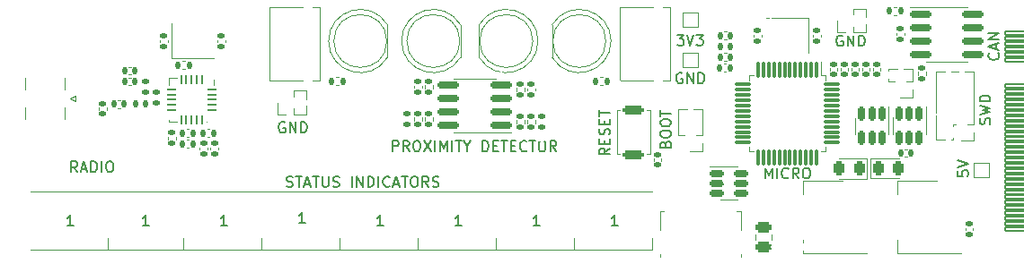
<source format=gto>
%TF.GenerationSoftware,KiCad,Pcbnew,6.0.9-8da3e8f707~117~ubuntu20.04.1*%
%TF.CreationDate,2023-01-01T11:50:09-08:00*%
%TF.ProjectId,BoardyMcBoardFace,426f6172-6479-44d6-9342-6f6172644661,rev?*%
%TF.SameCoordinates,Original*%
%TF.FileFunction,Legend,Top*%
%TF.FilePolarity,Positive*%
%FSLAX46Y46*%
G04 Gerber Fmt 4.6, Leading zero omitted, Abs format (unit mm)*
G04 Created by KiCad (PCBNEW 6.0.9-8da3e8f707~117~ubuntu20.04.1) date 2023-01-01 11:50:09*
%MOMM*%
%LPD*%
G01*
G04 APERTURE LIST*
G04 Aperture macros list*
%AMRoundRect*
0 Rectangle with rounded corners*
0 $1 Rounding radius*
0 $2 $3 $4 $5 $6 $7 $8 $9 X,Y pos of 4 corners*
0 Add a 4 corners polygon primitive as box body*
4,1,4,$2,$3,$4,$5,$6,$7,$8,$9,$2,$3,0*
0 Add four circle primitives for the rounded corners*
1,1,$1+$1,$2,$3*
1,1,$1+$1,$4,$5*
1,1,$1+$1,$6,$7*
1,1,$1+$1,$8,$9*
0 Add four rect primitives between the rounded corners*
20,1,$1+$1,$2,$3,$4,$5,0*
20,1,$1+$1,$4,$5,$6,$7,0*
20,1,$1+$1,$6,$7,$8,$9,0*
20,1,$1+$1,$8,$9,$2,$3,0*%
G04 Aperture macros list end*
%ADD10C,0.150000*%
%ADD11C,0.120000*%
%ADD12C,0.100000*%
%ADD13C,0.200000*%
%ADD14RoundRect,0.062500X0.350000X0.062500X-0.350000X0.062500X-0.350000X-0.062500X0.350000X-0.062500X0*%
%ADD15RoundRect,0.062500X0.062500X0.350000X-0.062500X0.350000X-0.062500X-0.350000X0.062500X-0.350000X0*%
%ADD16R,2.500000X2.500000*%
%ADD17RoundRect,0.135000X0.185000X-0.135000X0.185000X0.135000X-0.185000X0.135000X-0.185000X-0.135000X0*%
%ADD18RoundRect,0.147500X-0.172500X0.147500X-0.172500X-0.147500X0.172500X-0.147500X0.172500X0.147500X0*%
%ADD19RoundRect,0.147500X0.172500X-0.147500X0.172500X0.147500X-0.172500X0.147500X-0.172500X-0.147500X0*%
%ADD20RoundRect,0.243750X-0.243750X-0.456250X0.243750X-0.456250X0.243750X0.456250X-0.243750X0.456250X0*%
%ADD21RoundRect,0.140000X0.170000X-0.140000X0.170000X0.140000X-0.170000X0.140000X-0.170000X-0.140000X0*%
%ADD22RoundRect,0.075000X-0.075000X0.662500X-0.075000X-0.662500X0.075000X-0.662500X0.075000X0.662500X0*%
%ADD23RoundRect,0.075000X-0.662500X0.075000X-0.662500X-0.075000X0.662500X-0.075000X0.662500X0.075000X0*%
%ADD24R,1.500000X0.900000*%
%ADD25RoundRect,0.135000X-0.135000X-0.185000X0.135000X-0.185000X0.135000X0.185000X-0.135000X0.185000X0*%
%ADD26RoundRect,0.140000X0.140000X0.170000X-0.140000X0.170000X-0.140000X-0.170000X0.140000X-0.170000X0*%
%ADD27RoundRect,0.140000X-0.140000X-0.170000X0.140000X-0.170000X0.140000X0.170000X-0.140000X0.170000X0*%
%ADD28R,1.000000X1.000000*%
%ADD29RoundRect,0.135000X-0.185000X0.135000X-0.185000X-0.135000X0.185000X-0.135000X0.185000X0.135000X0*%
%ADD30RoundRect,0.150000X-0.512500X-0.150000X0.512500X-0.150000X0.512500X0.150000X-0.512500X0.150000X0*%
%ADD31R,1.800000X1.800000*%
%ADD32C,1.800000*%
%ADD33RoundRect,0.150000X-0.825000X-0.150000X0.825000X-0.150000X0.825000X0.150000X-0.825000X0.150000X0*%
%ADD34RoundRect,0.140000X-0.170000X0.140000X-0.170000X-0.140000X0.170000X-0.140000X0.170000X0.140000X0*%
%ADD35C,5.703200*%
%ADD36RoundRect,0.101600X1.250000X-0.175000X1.250000X0.175000X-1.250000X0.175000X-1.250000X-0.175000X0*%
%ADD37O,1.000000X1.000000*%
%ADD38R,0.450000X1.380000*%
%ADD39R,1.800000X1.900000*%
%ADD40R,1.425000X1.550000*%
%ADD41R,1.650000X1.300000*%
%ADD42R,1.000000X1.900000*%
%ADD43R,1.400000X1.200000*%
%ADD44C,1.440000*%
%ADD45RoundRect,0.200000X-0.800000X0.200000X-0.800000X-0.200000X0.800000X-0.200000X0.800000X0.200000X0*%
%ADD46RoundRect,0.150000X0.825000X0.150000X-0.825000X0.150000X-0.825000X-0.150000X0.825000X-0.150000X0*%
%ADD47R,2.000000X1.500000*%
%ADD48R,2.000000X3.800000*%
%ADD49RoundRect,0.250000X0.475000X-0.250000X0.475000X0.250000X-0.475000X0.250000X-0.475000X-0.250000X0*%
%ADD50RoundRect,0.150000X-0.150000X0.512500X-0.150000X-0.512500X0.150000X-0.512500X0.150000X0.512500X0*%
%ADD51RoundRect,0.147500X0.147500X0.172500X-0.147500X0.172500X-0.147500X-0.172500X0.147500X-0.172500X0*%
%ADD52RoundRect,0.135000X0.135000X0.185000X-0.135000X0.185000X-0.135000X-0.185000X0.135000X-0.185000X0*%
%ADD53RoundRect,0.243750X0.243750X0.456250X-0.243750X0.456250X-0.243750X-0.456250X0.243750X-0.456250X0*%
%ADD54R,3.600000X1.270000*%
%ADD55R,4.200000X1.350000*%
%ADD56RoundRect,0.147500X-0.147500X-0.172500X0.147500X-0.172500X0.147500X0.172500X-0.147500X0.172500X0*%
%ADD57C,0.800000*%
%ADD58C,0.700000*%
G04 APERTURE END LIST*
D10*
X132969095Y-109812200D02*
X132873857Y-109764580D01*
X132731000Y-109764580D01*
X132588142Y-109812200D01*
X132492904Y-109907438D01*
X132445285Y-110002676D01*
X132397666Y-110193152D01*
X132397666Y-110336009D01*
X132445285Y-110526485D01*
X132492904Y-110621723D01*
X132588142Y-110716961D01*
X132731000Y-110764580D01*
X132826238Y-110764580D01*
X132969095Y-110716961D01*
X133016714Y-110669342D01*
X133016714Y-110336009D01*
X132826238Y-110336009D01*
X133445285Y-110764580D02*
X133445285Y-109764580D01*
X134016714Y-110764580D01*
X134016714Y-109764580D01*
X134492904Y-110764580D02*
X134492904Y-109764580D01*
X134731000Y-109764580D01*
X134873857Y-109812200D01*
X134969095Y-109907438D01*
X135016714Y-110002676D01*
X135064333Y-110193152D01*
X135064333Y-110336009D01*
X135016714Y-110526485D01*
X134969095Y-110621723D01*
X134873857Y-110716961D01*
X134731000Y-110764580D01*
X134492904Y-110764580D01*
X143134723Y-112542580D02*
X143134723Y-111542580D01*
X143515676Y-111542580D01*
X143610914Y-111590200D01*
X143658533Y-111637819D01*
X143706152Y-111733057D01*
X143706152Y-111875914D01*
X143658533Y-111971152D01*
X143610914Y-112018771D01*
X143515676Y-112066390D01*
X143134723Y-112066390D01*
X144706152Y-112542580D02*
X144372819Y-112066390D01*
X144134723Y-112542580D02*
X144134723Y-111542580D01*
X144515676Y-111542580D01*
X144610914Y-111590200D01*
X144658533Y-111637819D01*
X144706152Y-111733057D01*
X144706152Y-111875914D01*
X144658533Y-111971152D01*
X144610914Y-112018771D01*
X144515676Y-112066390D01*
X144134723Y-112066390D01*
X145325200Y-111542580D02*
X145515676Y-111542580D01*
X145610914Y-111590200D01*
X145706152Y-111685438D01*
X145753771Y-111875914D01*
X145753771Y-112209247D01*
X145706152Y-112399723D01*
X145610914Y-112494961D01*
X145515676Y-112542580D01*
X145325200Y-112542580D01*
X145229961Y-112494961D01*
X145134723Y-112399723D01*
X145087104Y-112209247D01*
X145087104Y-111875914D01*
X145134723Y-111685438D01*
X145229961Y-111590200D01*
X145325200Y-111542580D01*
X146087104Y-111542580D02*
X146753771Y-112542580D01*
X146753771Y-111542580D02*
X146087104Y-112542580D01*
X147134723Y-112542580D02*
X147134723Y-111542580D01*
X147610914Y-112542580D02*
X147610914Y-111542580D01*
X147944247Y-112256866D01*
X148277580Y-111542580D01*
X148277580Y-112542580D01*
X148753771Y-112542580D02*
X148753771Y-111542580D01*
X149087104Y-111542580D02*
X149658533Y-111542580D01*
X149372819Y-112542580D02*
X149372819Y-111542580D01*
X150182342Y-112066390D02*
X150182342Y-112542580D01*
X149849009Y-111542580D02*
X150182342Y-112066390D01*
X150515676Y-111542580D01*
X151610914Y-112542580D02*
X151610914Y-111542580D01*
X151849009Y-111542580D01*
X151991866Y-111590200D01*
X152087104Y-111685438D01*
X152134723Y-111780676D01*
X152182342Y-111971152D01*
X152182342Y-112114009D01*
X152134723Y-112304485D01*
X152087104Y-112399723D01*
X151991866Y-112494961D01*
X151849009Y-112542580D01*
X151610914Y-112542580D01*
X152610914Y-112018771D02*
X152944247Y-112018771D01*
X153087104Y-112542580D02*
X152610914Y-112542580D01*
X152610914Y-111542580D01*
X153087104Y-111542580D01*
X153372819Y-111542580D02*
X153944247Y-111542580D01*
X153658533Y-112542580D02*
X153658533Y-111542580D01*
X154277580Y-112018771D02*
X154610914Y-112018771D01*
X154753771Y-112542580D02*
X154277580Y-112542580D01*
X154277580Y-111542580D01*
X154753771Y-111542580D01*
X155753771Y-112447342D02*
X155706152Y-112494961D01*
X155563295Y-112542580D01*
X155468057Y-112542580D01*
X155325200Y-112494961D01*
X155229961Y-112399723D01*
X155182342Y-112304485D01*
X155134723Y-112114009D01*
X155134723Y-111971152D01*
X155182342Y-111780676D01*
X155229961Y-111685438D01*
X155325200Y-111590200D01*
X155468057Y-111542580D01*
X155563295Y-111542580D01*
X155706152Y-111590200D01*
X155753771Y-111637819D01*
X156039485Y-111542580D02*
X156610914Y-111542580D01*
X156325200Y-112542580D02*
X156325200Y-111542580D01*
X157134723Y-111542580D02*
X157325200Y-111542580D01*
X157420438Y-111590200D01*
X157515676Y-111685438D01*
X157563295Y-111875914D01*
X157563295Y-112209247D01*
X157515676Y-112399723D01*
X157420438Y-112494961D01*
X157325200Y-112542580D01*
X157134723Y-112542580D01*
X157039485Y-112494961D01*
X156944247Y-112399723D01*
X156896628Y-112209247D01*
X156896628Y-111875914D01*
X156944247Y-111685438D01*
X157039485Y-111590200D01*
X157134723Y-111542580D01*
X158563295Y-112542580D02*
X158229961Y-112066390D01*
X157991866Y-112542580D02*
X157991866Y-111542580D01*
X158372819Y-111542580D01*
X158468057Y-111590200D01*
X158515676Y-111637819D01*
X158563295Y-111733057D01*
X158563295Y-111875914D01*
X158515676Y-111971152D01*
X158468057Y-112018771D01*
X158372819Y-112066390D01*
X157991866Y-112066390D01*
X169957904Y-101517380D02*
X170576952Y-101517380D01*
X170243619Y-101898333D01*
X170386476Y-101898333D01*
X170481714Y-101945952D01*
X170529333Y-101993571D01*
X170576952Y-102088809D01*
X170576952Y-102326904D01*
X170529333Y-102422142D01*
X170481714Y-102469761D01*
X170386476Y-102517380D01*
X170100761Y-102517380D01*
X170005523Y-102469761D01*
X169957904Y-102422142D01*
X170862666Y-101517380D02*
X171196000Y-102517380D01*
X171529333Y-101517380D01*
X171767428Y-101517380D02*
X172386476Y-101517380D01*
X172053142Y-101898333D01*
X172196000Y-101898333D01*
X172291238Y-101945952D01*
X172338857Y-101993571D01*
X172386476Y-102088809D01*
X172386476Y-102326904D01*
X172338857Y-102422142D01*
X172291238Y-102469761D01*
X172196000Y-102517380D01*
X171910285Y-102517380D01*
X171815047Y-102469761D01*
X171767428Y-102422142D01*
X113427047Y-114498380D02*
X113093714Y-114022190D01*
X112855619Y-114498380D02*
X112855619Y-113498380D01*
X113236571Y-113498380D01*
X113331809Y-113546000D01*
X113379428Y-113593619D01*
X113427047Y-113688857D01*
X113427047Y-113831714D01*
X113379428Y-113926952D01*
X113331809Y-113974571D01*
X113236571Y-114022190D01*
X112855619Y-114022190D01*
X113808000Y-114212666D02*
X114284190Y-114212666D01*
X113712761Y-114498380D02*
X114046095Y-113498380D01*
X114379428Y-114498380D01*
X114712761Y-114498380D02*
X114712761Y-113498380D01*
X114950857Y-113498380D01*
X115093714Y-113546000D01*
X115188952Y-113641238D01*
X115236571Y-113736476D01*
X115284190Y-113926952D01*
X115284190Y-114069809D01*
X115236571Y-114260285D01*
X115188952Y-114355523D01*
X115093714Y-114450761D01*
X114950857Y-114498380D01*
X114712761Y-114498380D01*
X115712761Y-114498380D02*
X115712761Y-113498380D01*
X116379428Y-113498380D02*
X116569904Y-113498380D01*
X116665142Y-113546000D01*
X116760380Y-113641238D01*
X116808000Y-113831714D01*
X116808000Y-114165047D01*
X116760380Y-114355523D01*
X116665142Y-114450761D01*
X116569904Y-114498380D01*
X116379428Y-114498380D01*
X116284190Y-114450761D01*
X116188952Y-114355523D01*
X116141333Y-114165047D01*
X116141333Y-113831714D01*
X116188952Y-113641238D01*
X116284190Y-113546000D01*
X116379428Y-113498380D01*
X185547095Y-101633400D02*
X185451857Y-101585780D01*
X185309000Y-101585780D01*
X185166142Y-101633400D01*
X185070904Y-101728638D01*
X185023285Y-101823876D01*
X184975666Y-102014352D01*
X184975666Y-102157209D01*
X185023285Y-102347685D01*
X185070904Y-102442923D01*
X185166142Y-102538161D01*
X185309000Y-102585780D01*
X185404238Y-102585780D01*
X185547095Y-102538161D01*
X185594714Y-102490542D01*
X185594714Y-102157209D01*
X185404238Y-102157209D01*
X186023285Y-102585780D02*
X186023285Y-101585780D01*
X186594714Y-102585780D01*
X186594714Y-101585780D01*
X187070904Y-102585780D02*
X187070904Y-101585780D01*
X187309000Y-101585780D01*
X187451857Y-101633400D01*
X187547095Y-101728638D01*
X187594714Y-101823876D01*
X187642333Y-102014352D01*
X187642333Y-102157209D01*
X187594714Y-102347685D01*
X187547095Y-102442923D01*
X187451857Y-102538161D01*
X187309000Y-102585780D01*
X187070904Y-102585780D01*
X199413761Y-109967542D02*
X199461380Y-109824685D01*
X199461380Y-109586590D01*
X199413761Y-109491352D01*
X199366142Y-109443733D01*
X199270904Y-109396114D01*
X199175666Y-109396114D01*
X199080428Y-109443733D01*
X199032809Y-109491352D01*
X198985190Y-109586590D01*
X198937571Y-109777066D01*
X198889952Y-109872304D01*
X198842333Y-109919923D01*
X198747095Y-109967542D01*
X198651857Y-109967542D01*
X198556619Y-109919923D01*
X198509000Y-109872304D01*
X198461380Y-109777066D01*
X198461380Y-109538971D01*
X198509000Y-109396114D01*
X198461380Y-109062780D02*
X199461380Y-108824685D01*
X198747095Y-108634209D01*
X199461380Y-108443733D01*
X198461380Y-108205638D01*
X199461380Y-107824685D02*
X198461380Y-107824685D01*
X198461380Y-107586590D01*
X198509000Y-107443733D01*
X198604238Y-107348495D01*
X198699476Y-107300876D01*
X198889952Y-107253257D01*
X199032809Y-107253257D01*
X199223285Y-107300876D01*
X199318523Y-107348495D01*
X199413761Y-107443733D01*
X199461380Y-107586590D01*
X199461380Y-107824685D01*
X178244761Y-115107980D02*
X178244761Y-114107980D01*
X178578095Y-114822266D01*
X178911428Y-114107980D01*
X178911428Y-115107980D01*
X179387619Y-115107980D02*
X179387619Y-114107980D01*
X180435238Y-115012742D02*
X180387619Y-115060361D01*
X180244761Y-115107980D01*
X180149523Y-115107980D01*
X180006666Y-115060361D01*
X179911428Y-114965123D01*
X179863809Y-114869885D01*
X179816190Y-114679409D01*
X179816190Y-114536552D01*
X179863809Y-114346076D01*
X179911428Y-114250838D01*
X180006666Y-114155600D01*
X180149523Y-114107980D01*
X180244761Y-114107980D01*
X180387619Y-114155600D01*
X180435238Y-114203219D01*
X181435238Y-115107980D02*
X181101904Y-114631790D01*
X180863809Y-115107980D02*
X180863809Y-114107980D01*
X181244761Y-114107980D01*
X181340000Y-114155600D01*
X181387619Y-114203219D01*
X181435238Y-114298457D01*
X181435238Y-114441314D01*
X181387619Y-114536552D01*
X181340000Y-114584171D01*
X181244761Y-114631790D01*
X180863809Y-114631790D01*
X182054285Y-114107980D02*
X182244761Y-114107980D01*
X182340000Y-114155600D01*
X182435238Y-114250838D01*
X182482857Y-114441314D01*
X182482857Y-114774647D01*
X182435238Y-114965123D01*
X182340000Y-115060361D01*
X182244761Y-115107980D01*
X182054285Y-115107980D01*
X181959047Y-115060361D01*
X181863809Y-114965123D01*
X181816190Y-114774647D01*
X181816190Y-114441314D01*
X181863809Y-114250838D01*
X181959047Y-114155600D01*
X182054285Y-114107980D01*
X133142933Y-115873161D02*
X133285790Y-115920780D01*
X133523885Y-115920780D01*
X133619123Y-115873161D01*
X133666742Y-115825542D01*
X133714361Y-115730304D01*
X133714361Y-115635066D01*
X133666742Y-115539828D01*
X133619123Y-115492209D01*
X133523885Y-115444590D01*
X133333409Y-115396971D01*
X133238171Y-115349352D01*
X133190552Y-115301733D01*
X133142933Y-115206495D01*
X133142933Y-115111257D01*
X133190552Y-115016019D01*
X133238171Y-114968400D01*
X133333409Y-114920780D01*
X133571504Y-114920780D01*
X133714361Y-114968400D01*
X134000076Y-114920780D02*
X134571504Y-114920780D01*
X134285790Y-115920780D02*
X134285790Y-114920780D01*
X134857219Y-115635066D02*
X135333409Y-115635066D01*
X134761980Y-115920780D02*
X135095314Y-114920780D01*
X135428647Y-115920780D01*
X135619123Y-114920780D02*
X136190552Y-114920780D01*
X135904838Y-115920780D02*
X135904838Y-114920780D01*
X136523885Y-114920780D02*
X136523885Y-115730304D01*
X136571504Y-115825542D01*
X136619123Y-115873161D01*
X136714361Y-115920780D01*
X136904838Y-115920780D01*
X137000076Y-115873161D01*
X137047695Y-115825542D01*
X137095314Y-115730304D01*
X137095314Y-114920780D01*
X137523885Y-115873161D02*
X137666742Y-115920780D01*
X137904838Y-115920780D01*
X138000076Y-115873161D01*
X138047695Y-115825542D01*
X138095314Y-115730304D01*
X138095314Y-115635066D01*
X138047695Y-115539828D01*
X138000076Y-115492209D01*
X137904838Y-115444590D01*
X137714361Y-115396971D01*
X137619123Y-115349352D01*
X137571504Y-115301733D01*
X137523885Y-115206495D01*
X137523885Y-115111257D01*
X137571504Y-115016019D01*
X137619123Y-114968400D01*
X137714361Y-114920780D01*
X137952457Y-114920780D01*
X138095314Y-114968400D01*
X139285790Y-115920780D02*
X139285790Y-114920780D01*
X139761980Y-115920780D02*
X139761980Y-114920780D01*
X140333409Y-115920780D01*
X140333409Y-114920780D01*
X140809600Y-115920780D02*
X140809600Y-114920780D01*
X141047695Y-114920780D01*
X141190552Y-114968400D01*
X141285790Y-115063638D01*
X141333409Y-115158876D01*
X141381028Y-115349352D01*
X141381028Y-115492209D01*
X141333409Y-115682685D01*
X141285790Y-115777923D01*
X141190552Y-115873161D01*
X141047695Y-115920780D01*
X140809600Y-115920780D01*
X141809600Y-115920780D02*
X141809600Y-114920780D01*
X142857219Y-115825542D02*
X142809600Y-115873161D01*
X142666742Y-115920780D01*
X142571504Y-115920780D01*
X142428647Y-115873161D01*
X142333409Y-115777923D01*
X142285790Y-115682685D01*
X142238171Y-115492209D01*
X142238171Y-115349352D01*
X142285790Y-115158876D01*
X142333409Y-115063638D01*
X142428647Y-114968400D01*
X142571504Y-114920780D01*
X142666742Y-114920780D01*
X142809600Y-114968400D01*
X142857219Y-115016019D01*
X143238171Y-115635066D02*
X143714361Y-115635066D01*
X143142933Y-115920780D02*
X143476266Y-114920780D01*
X143809600Y-115920780D01*
X144000076Y-114920780D02*
X144571504Y-114920780D01*
X144285790Y-115920780D02*
X144285790Y-114920780D01*
X145095314Y-114920780D02*
X145285790Y-114920780D01*
X145381028Y-114968400D01*
X145476266Y-115063638D01*
X145523885Y-115254114D01*
X145523885Y-115587447D01*
X145476266Y-115777923D01*
X145381028Y-115873161D01*
X145285790Y-115920780D01*
X145095314Y-115920780D01*
X145000076Y-115873161D01*
X144904838Y-115777923D01*
X144857219Y-115587447D01*
X144857219Y-115254114D01*
X144904838Y-115063638D01*
X145000076Y-114968400D01*
X145095314Y-114920780D01*
X146523885Y-115920780D02*
X146190552Y-115444590D01*
X145952457Y-115920780D02*
X145952457Y-114920780D01*
X146333409Y-114920780D01*
X146428647Y-114968400D01*
X146476266Y-115016019D01*
X146523885Y-115111257D01*
X146523885Y-115254114D01*
X146476266Y-115349352D01*
X146428647Y-115396971D01*
X146333409Y-115444590D01*
X145952457Y-115444590D01*
X146904838Y-115873161D02*
X147047695Y-115920780D01*
X147285790Y-115920780D01*
X147381028Y-115873161D01*
X147428647Y-115825542D01*
X147476266Y-115730304D01*
X147476266Y-115635066D01*
X147428647Y-115539828D01*
X147381028Y-115492209D01*
X147285790Y-115444590D01*
X147095314Y-115396971D01*
X147000076Y-115349352D01*
X146952457Y-115301733D01*
X146904838Y-115206495D01*
X146904838Y-115111257D01*
X146952457Y-115016019D01*
X147000076Y-114968400D01*
X147095314Y-114920780D01*
X147333409Y-114920780D01*
X147476266Y-114968400D01*
X200204342Y-103258857D02*
X200251961Y-103306476D01*
X200299580Y-103449333D01*
X200299580Y-103544571D01*
X200251961Y-103687428D01*
X200156723Y-103782666D01*
X200061485Y-103830285D01*
X199871009Y-103877904D01*
X199728152Y-103877904D01*
X199537676Y-103830285D01*
X199442438Y-103782666D01*
X199347200Y-103687428D01*
X199299580Y-103544571D01*
X199299580Y-103449333D01*
X199347200Y-103306476D01*
X199394819Y-103258857D01*
X200013866Y-102877904D02*
X200013866Y-102401714D01*
X200299580Y-102973142D02*
X199299580Y-102639809D01*
X200299580Y-102306476D01*
X200299580Y-101973142D02*
X199299580Y-101973142D01*
X200299580Y-101401714D01*
X199299580Y-101401714D01*
X170434095Y-105164000D02*
X170338857Y-105116380D01*
X170196000Y-105116380D01*
X170053142Y-105164000D01*
X169957904Y-105259238D01*
X169910285Y-105354476D01*
X169862666Y-105544952D01*
X169862666Y-105687809D01*
X169910285Y-105878285D01*
X169957904Y-105973523D01*
X170053142Y-106068761D01*
X170196000Y-106116380D01*
X170291238Y-106116380D01*
X170434095Y-106068761D01*
X170481714Y-106021142D01*
X170481714Y-105687809D01*
X170291238Y-105687809D01*
X170910285Y-106116380D02*
X170910285Y-105116380D01*
X171481714Y-106116380D01*
X171481714Y-105116380D01*
X171957904Y-106116380D02*
X171957904Y-105116380D01*
X172196000Y-105116380D01*
X172338857Y-105164000D01*
X172434095Y-105259238D01*
X172481714Y-105354476D01*
X172529333Y-105544952D01*
X172529333Y-105687809D01*
X172481714Y-105878285D01*
X172434095Y-105973523D01*
X172338857Y-106068761D01*
X172196000Y-106116380D01*
X171957904Y-106116380D01*
X163621980Y-112247180D02*
X163145790Y-112580514D01*
X163621980Y-112818609D02*
X162621980Y-112818609D01*
X162621980Y-112437657D01*
X162669600Y-112342419D01*
X162717219Y-112294800D01*
X162812457Y-112247180D01*
X162955314Y-112247180D01*
X163050552Y-112294800D01*
X163098171Y-112342419D01*
X163145790Y-112437657D01*
X163145790Y-112818609D01*
X163098171Y-111818609D02*
X163098171Y-111485276D01*
X163621980Y-111342419D02*
X163621980Y-111818609D01*
X162621980Y-111818609D01*
X162621980Y-111342419D01*
X163574361Y-110961466D02*
X163621980Y-110818609D01*
X163621980Y-110580514D01*
X163574361Y-110485276D01*
X163526742Y-110437657D01*
X163431504Y-110390038D01*
X163336266Y-110390038D01*
X163241028Y-110437657D01*
X163193409Y-110485276D01*
X163145790Y-110580514D01*
X163098171Y-110770990D01*
X163050552Y-110866228D01*
X163002933Y-110913847D01*
X162907695Y-110961466D01*
X162812457Y-110961466D01*
X162717219Y-110913847D01*
X162669600Y-110866228D01*
X162621980Y-110770990D01*
X162621980Y-110532895D01*
X162669600Y-110390038D01*
X163098171Y-109961466D02*
X163098171Y-109628133D01*
X163621980Y-109485276D02*
X163621980Y-109961466D01*
X162621980Y-109961466D01*
X162621980Y-109485276D01*
X162621980Y-109199561D02*
X162621980Y-108628133D01*
X163621980Y-108913847D02*
X162621980Y-108913847D01*
X168838571Y-111847142D02*
X168886190Y-111704285D01*
X168933809Y-111656666D01*
X169029047Y-111609047D01*
X169171904Y-111609047D01*
X169267142Y-111656666D01*
X169314761Y-111704285D01*
X169362380Y-111799523D01*
X169362380Y-112180476D01*
X168362380Y-112180476D01*
X168362380Y-111847142D01*
X168410000Y-111751904D01*
X168457619Y-111704285D01*
X168552857Y-111656666D01*
X168648095Y-111656666D01*
X168743333Y-111704285D01*
X168790952Y-111751904D01*
X168838571Y-111847142D01*
X168838571Y-112180476D01*
X168362380Y-110990000D02*
X168362380Y-110799523D01*
X168410000Y-110704285D01*
X168505238Y-110609047D01*
X168695714Y-110561428D01*
X169029047Y-110561428D01*
X169219523Y-110609047D01*
X169314761Y-110704285D01*
X169362380Y-110799523D01*
X169362380Y-110990000D01*
X169314761Y-111085238D01*
X169219523Y-111180476D01*
X169029047Y-111228095D01*
X168695714Y-111228095D01*
X168505238Y-111180476D01*
X168410000Y-111085238D01*
X168362380Y-110990000D01*
X168362380Y-109942380D02*
X168362380Y-109751904D01*
X168410000Y-109656666D01*
X168505238Y-109561428D01*
X168695714Y-109513809D01*
X169029047Y-109513809D01*
X169219523Y-109561428D01*
X169314761Y-109656666D01*
X169362380Y-109751904D01*
X169362380Y-109942380D01*
X169314761Y-110037619D01*
X169219523Y-110132857D01*
X169029047Y-110180476D01*
X168695714Y-110180476D01*
X168505238Y-110132857D01*
X168410000Y-110037619D01*
X168362380Y-109942380D01*
X168362380Y-109228095D02*
X168362380Y-108656666D01*
X169362380Y-108942380D02*
X168362380Y-108942380D01*
X196403980Y-114388876D02*
X196403980Y-114865066D01*
X196880171Y-114912685D01*
X196832552Y-114865066D01*
X196784933Y-114769828D01*
X196784933Y-114531733D01*
X196832552Y-114436495D01*
X196880171Y-114388876D01*
X196975409Y-114341257D01*
X197213504Y-114341257D01*
X197308742Y-114388876D01*
X197356361Y-114436495D01*
X197403980Y-114531733D01*
X197403980Y-114769828D01*
X197356361Y-114865066D01*
X197308742Y-114912685D01*
X196403980Y-114055542D02*
X197403980Y-113722209D01*
X196403980Y-113388876D01*
%TO.C,D15*%
X134905714Y-119324380D02*
X134334285Y-119324380D01*
X134620000Y-119324380D02*
X134620000Y-118324380D01*
X134524761Y-118467238D01*
X134429523Y-118562476D01*
X134334285Y-118610095D01*
%TO.C,D11*%
X164369714Y-119578380D02*
X163798285Y-119578380D01*
X164084000Y-119578380D02*
X164084000Y-118578380D01*
X163988761Y-118721238D01*
X163893523Y-118816476D01*
X163798285Y-118864095D01*
%TO.C,D18*%
X113061714Y-119578380D02*
X112490285Y-119578380D01*
X112776000Y-119578380D02*
X112776000Y-118578380D01*
X112680761Y-118721238D01*
X112585523Y-118816476D01*
X112490285Y-118864095D01*
%TO.C,D14*%
X142271714Y-119578380D02*
X141700285Y-119578380D01*
X141986000Y-119578380D02*
X141986000Y-118578380D01*
X141890761Y-118721238D01*
X141795523Y-118816476D01*
X141700285Y-118864095D01*
%TO.C,D13*%
X149637714Y-119578380D02*
X149066285Y-119578380D01*
X149352000Y-119578380D02*
X149352000Y-118578380D01*
X149256761Y-118721238D01*
X149161523Y-118816476D01*
X149066285Y-118864095D01*
%TO.C,D17*%
X120173714Y-119578380D02*
X119602285Y-119578380D01*
X119888000Y-119578380D02*
X119888000Y-118578380D01*
X119792761Y-118721238D01*
X119697523Y-118816476D01*
X119602285Y-118864095D01*
%TO.C,D12*%
X157003714Y-119578380D02*
X156432285Y-119578380D01*
X156718000Y-119578380D02*
X156718000Y-118578380D01*
X156622761Y-118721238D01*
X156527523Y-118816476D01*
X156432285Y-118864095D01*
%TO.C,D16*%
X127539714Y-119578380D02*
X126968285Y-119578380D01*
X127254000Y-119578380D02*
X127254000Y-118578380D01*
X127158761Y-118721238D01*
X127063523Y-118816476D01*
X126968285Y-118864095D01*
D11*
%TO.C,U1*%
X122813000Y-109773500D02*
X122088000Y-109773500D01*
X122088000Y-105553500D02*
X122088000Y-106278500D01*
X122088000Y-109773500D02*
X122088000Y-109048500D01*
X125583000Y-105553500D02*
X126308000Y-105553500D01*
X125583000Y-109773500D02*
X126308000Y-109773500D01*
X122813000Y-105553500D02*
X122088000Y-105553500D01*
X126308000Y-105553500D02*
X126308000Y-106278500D01*
%TO.C,R6*%
X154814000Y-109881641D02*
X154814000Y-109574359D01*
X155574000Y-109881641D02*
X155574000Y-109574359D01*
D12*
%TO.C,D2*%
X157276000Y-108638000D02*
G75*
G03*
X157276000Y-108638000I-50000J0D01*
G01*
D11*
%TO.C,D5*%
X190890400Y-113187600D02*
X188205400Y-113187600D01*
X188205400Y-113187600D02*
X188205400Y-115107600D01*
X188205400Y-115107600D02*
X190890400Y-115107600D01*
%TO.C,C26*%
X197125000Y-119995836D02*
X197125000Y-119780164D01*
X197845000Y-119995836D02*
X197845000Y-119780164D01*
%TO.C,U2*%
X183500000Y-105356000D02*
X183500000Y-104066000D01*
X183950000Y-105806000D02*
X183950000Y-105356000D01*
X183950000Y-112126000D02*
X183950000Y-112576000D01*
X176730000Y-105806000D02*
X176730000Y-105356000D01*
X183950000Y-112576000D02*
X183500000Y-112576000D01*
X176730000Y-105356000D02*
X177180000Y-105356000D01*
X176730000Y-112126000D02*
X176730000Y-112576000D01*
X176730000Y-112576000D02*
X177180000Y-112576000D01*
X183950000Y-105356000D02*
X183500000Y-105356000D01*
%TO.C,D15*%
X130843000Y-121876000D02*
X138143000Y-121876000D01*
X138143000Y-121876000D02*
X138143000Y-120726000D01*
X130843000Y-116376000D02*
X138143000Y-116376000D01*
%TO.C,R4*%
X162660359Y-105538000D02*
X162967641Y-105538000D01*
X162660359Y-106298000D02*
X162967641Y-106298000D01*
%TO.C,C7*%
X174605836Y-103978000D02*
X174390164Y-103978000D01*
X174605836Y-103258000D02*
X174390164Y-103258000D01*
%TO.C,C16*%
X125664964Y-111173100D02*
X125880636Y-111173100D01*
X125664964Y-110453100D02*
X125880636Y-110453100D01*
%TO.C,TP1*%
X170496000Y-99376000D02*
X171896000Y-99376000D01*
X171896000Y-99376000D02*
X171896000Y-100776000D01*
X170496000Y-100776000D02*
X170496000Y-99376000D01*
X171896000Y-100776000D02*
X170496000Y-100776000D01*
%TO.C,TP3*%
X197928000Y-115000000D02*
X197928000Y-113600000D01*
X197928000Y-113600000D02*
X199328000Y-113600000D01*
X199328000Y-115000000D02*
X197928000Y-115000000D01*
X199328000Y-113600000D02*
X199328000Y-115000000D01*
%TO.C,C23*%
X118256164Y-104542000D02*
X118471836Y-104542000D01*
X118256164Y-105262000D02*
X118471836Y-105262000D01*
%TO.C,C9*%
X123924836Y-110453100D02*
X123709164Y-110453100D01*
X123924836Y-111173100D02*
X123709164Y-111173100D01*
%TO.C,C22*%
X118256164Y-105558000D02*
X118471836Y-105558000D01*
X118256164Y-106278000D02*
X118471836Y-106278000D01*
%TO.C,R13*%
X145922000Y-109320359D02*
X145922000Y-109627641D01*
X145162000Y-109320359D02*
X145162000Y-109627641D01*
%TO.C,U8*%
X174802800Y-114010000D02*
X175602800Y-114010000D01*
X174802800Y-114010000D02*
X173002800Y-114010000D01*
X174802800Y-117130000D02*
X174002800Y-117130000D01*
X174802800Y-117130000D02*
X175602800Y-117130000D01*
%TO.C,C14*%
X121941800Y-102215836D02*
X121941800Y-102000164D01*
X121221800Y-102215836D02*
X121221800Y-102000164D01*
%TO.C,R2*%
X122698400Y-111142059D02*
X122698400Y-111449341D01*
X121938400Y-111142059D02*
X121938400Y-111449341D01*
%TO.C,D11*%
X167637498Y-121876000D02*
X167637498Y-120726000D01*
X160337498Y-121876000D02*
X167637498Y-121876000D01*
X160337498Y-116376000D02*
X167637498Y-116376000D01*
%TO.C,R10*%
X146938000Y-106274359D02*
X146938000Y-106581641D01*
X146178000Y-106274359D02*
X146178000Y-106581641D01*
%TO.C,D4*%
X151290000Y-100563000D02*
X151290000Y-103653000D01*
X156840000Y-102108462D02*
G75*
G03*
X151290000Y-100563170I-2990000J462D01*
G01*
X151290000Y-103652830D02*
G75*
G03*
X156840000Y-102107538I2560000J1544830D01*
G01*
X156350000Y-102108000D02*
G75*
G03*
X156350000Y-102108000I-2500000J0D01*
G01*
%TO.C,D3*%
X158174000Y-100563000D02*
X158174000Y-103653000D01*
X163724000Y-102108462D02*
G75*
G03*
X158174000Y-100563170I-2990000J462D01*
G01*
X158174000Y-103652830D02*
G75*
G03*
X163724000Y-102107538I2560000J1544830D01*
G01*
X163234000Y-102108000D02*
G75*
G03*
X163234000Y-102108000I-2500000J0D01*
G01*
%TO.C,C5*%
X184348800Y-104908236D02*
X184348800Y-104692564D01*
X185068800Y-104908236D02*
X185068800Y-104692564D01*
%TO.C,U9*%
X195376800Y-98938400D02*
X197326800Y-98938400D01*
X195376800Y-98938400D02*
X191926800Y-98938400D01*
X195376800Y-104058400D02*
X197326800Y-104058400D01*
X195376800Y-104058400D02*
X193426800Y-104058400D01*
%TO.C,D18*%
X108999000Y-121876000D02*
X116299000Y-121876000D01*
X116299000Y-121876000D02*
X116299000Y-120726000D01*
X108999000Y-116376000D02*
X116299000Y-116376000D01*
%TO.C,C19*%
X117240164Y-108429900D02*
X117455836Y-108429900D01*
X117240164Y-107709900D02*
X117455836Y-107709900D01*
%TO.C,C17*%
X183494000Y-101492164D02*
X183494000Y-101707836D01*
X182774000Y-101492164D02*
X182774000Y-101707836D01*
%TO.C,J5*%
X135020600Y-109034600D02*
X135020600Y-108232130D01*
X135020600Y-107617070D02*
X135020600Y-106814600D01*
X133055600Y-109034600D02*
X132295600Y-109034600D01*
X133815600Y-107361129D02*
X133815600Y-106814600D01*
X133815600Y-109034600D02*
X133815600Y-108488071D01*
X133815600Y-109034600D02*
X135020600Y-109034600D01*
X132295600Y-109034600D02*
X132295600Y-107924600D01*
X133815600Y-106814600D02*
X135020600Y-106814600D01*
%TO.C,D14*%
X145509000Y-121876000D02*
X145509000Y-120726000D01*
X138209000Y-116376000D02*
X145509000Y-116376000D01*
X138209000Y-121876000D02*
X145509000Y-121876000D01*
%TO.C,C3*%
X187100800Y-104908236D02*
X187100800Y-104692564D01*
X186380800Y-104908236D02*
X186380800Y-104692564D01*
%TO.C,D13*%
X145575000Y-116376000D02*
X152875000Y-116376000D01*
X145575000Y-121876000D02*
X152875000Y-121876000D01*
X152875000Y-121876000D02*
X152875000Y-120726000D01*
D12*
%TO.C,D8*%
X144576000Y-110564000D02*
G75*
G03*
X144576000Y-110564000I-50000J0D01*
G01*
D11*
%TO.C,J3*%
X168351200Y-122548400D02*
X168351200Y-122288400D01*
X175971200Y-118238400D02*
X175971200Y-120008400D01*
X168351200Y-120008400D02*
X168351200Y-118238400D01*
X175971200Y-122288400D02*
X175971200Y-122548400D01*
X168351200Y-118238400D02*
X168731200Y-118238400D01*
X175971200Y-118238400D02*
X175591200Y-118238400D01*
%TO.C,JP2*%
X172306000Y-111000000D02*
X172306000Y-108525000D01*
X172306000Y-108525000D02*
X171503530Y-108525000D01*
X170086000Y-111000000D02*
X170086000Y-108525000D01*
X172306000Y-111000000D02*
X171759471Y-111000000D01*
X170888470Y-108525000D02*
X170086000Y-108525000D01*
X170632529Y-111000000D02*
X170086000Y-111000000D01*
X172306000Y-111760000D02*
X172306000Y-112520000D01*
X172306000Y-112520000D02*
X171196000Y-112520000D01*
%TO.C,C25*%
X156570000Y-106590164D02*
X156570000Y-106805836D01*
X155850000Y-106590164D02*
X155850000Y-106805836D01*
%TO.C,C1*%
X188412800Y-104908236D02*
X188412800Y-104692564D01*
X189132800Y-104908236D02*
X189132800Y-104692564D01*
%TO.C,Y1*%
X122282000Y-100425500D02*
X122282000Y-103725500D01*
X122282000Y-103725500D02*
X126282000Y-103725500D01*
%TO.C,RV2*%
X131528000Y-98887000D02*
X131528000Y-105837000D01*
X134633000Y-98887000D02*
X131528000Y-98887000D01*
X133928000Y-98886000D02*
X131908000Y-98886000D01*
X136268000Y-98887000D02*
X135623000Y-98887000D01*
X136268000Y-98887000D02*
X136268000Y-105837000D01*
X134633000Y-105837000D02*
X131528000Y-105837000D01*
X136268000Y-105837000D02*
X135623000Y-105837000D01*
%TO.C,C12*%
X126691600Y-112160164D02*
X126691600Y-112375836D01*
X125971600Y-112160164D02*
X125971600Y-112375836D01*
%TO.C,C18*%
X177186000Y-101707836D02*
X177186000Y-101492164D01*
X177906000Y-101707836D02*
X177906000Y-101492164D01*
%TO.C,D17*%
X123411000Y-121876000D02*
X123411000Y-120726000D01*
X116111000Y-116376000D02*
X123411000Y-116376000D01*
X116111000Y-121876000D02*
X123411000Y-121876000D01*
%TO.C,SW1*%
X167432000Y-108674000D02*
X167432000Y-112814000D01*
X164292000Y-112814000D02*
X164292000Y-108674000D01*
X164592000Y-112814000D02*
X164292000Y-112814000D01*
X167132000Y-108674000D02*
X167432000Y-108674000D01*
X167432000Y-112814000D02*
X167132000Y-112814000D01*
X164292000Y-108674000D02*
X164592000Y-108674000D01*
%TO.C,D9*%
X142652000Y-103653000D02*
X142652000Y-100563000D01*
X142652000Y-100563170D02*
G75*
G03*
X137102000Y-102108462I-2560000J-1544830D01*
G01*
X137102000Y-102107538D02*
G75*
G03*
X142652000Y-103652830I2990000J-462D01*
G01*
X142592000Y-102108000D02*
G75*
G03*
X142592000Y-102108000I-2500000J0D01*
G01*
%TO.C,R3*%
X192660000Y-105309641D02*
X192660000Y-105002359D01*
X193420000Y-105309641D02*
X193420000Y-105002359D01*
%TO.C,C8*%
X174390164Y-101226000D02*
X174605836Y-101226000D01*
X174390164Y-101946000D02*
X174605836Y-101946000D01*
%TO.C,D10*%
X149536000Y-103653000D02*
X149536000Y-100563000D01*
X143986000Y-102107538D02*
G75*
G03*
X149536000Y-103652830I2990000J-462D01*
G01*
X149536000Y-100563170D02*
G75*
G03*
X143986000Y-102108462I-2560000J-1544830D01*
G01*
X149476000Y-102108000D02*
G75*
G03*
X149476000Y-102108000I-2500000J0D01*
G01*
%TO.C,R8*%
X156590000Y-109881641D02*
X156590000Y-109574359D01*
X155830000Y-109881641D02*
X155830000Y-109574359D01*
%TO.C,C10*%
X123924836Y-112189100D02*
X123709164Y-112189100D01*
X123924836Y-111469100D02*
X123709164Y-111469100D01*
%TO.C,J4*%
X187751000Y-99870070D02*
X187751000Y-99067600D01*
X185786000Y-101287600D02*
X185026000Y-101287600D01*
X186546000Y-99614129D02*
X186546000Y-99067600D01*
X185026000Y-101287600D02*
X185026000Y-100177600D01*
X186546000Y-101287600D02*
X187751000Y-101287600D01*
X186546000Y-101287600D02*
X186546000Y-100741071D01*
X187751000Y-101287600D02*
X187751000Y-100485130D01*
X186546000Y-99067600D02*
X187751000Y-99067600D01*
%TO.C,U4*%
X150876000Y-110764000D02*
X148926000Y-110764000D01*
X150876000Y-105644000D02*
X148926000Y-105644000D01*
X150876000Y-110764000D02*
X154326000Y-110764000D01*
X150876000Y-105644000D02*
X152826000Y-105644000D01*
%TO.C,C4*%
X185364800Y-104908236D02*
X185364800Y-104692564D01*
X186084800Y-104908236D02*
X186084800Y-104692564D01*
%TO.C,C2*%
X187396800Y-104908236D02*
X187396800Y-104692564D01*
X188116800Y-104908236D02*
X188116800Y-104692564D01*
%TO.C,U6*%
X185542800Y-115337600D02*
X181782800Y-115337600D01*
X181782800Y-115337600D02*
X181782800Y-116597600D01*
X181782800Y-122157600D02*
X181782800Y-120897600D01*
X187792800Y-122157600D02*
X181782800Y-122157600D01*
%TO.C,C30*%
X191368000Y-101339764D02*
X191368000Y-101555436D01*
X190648000Y-101339764D02*
X190648000Y-101555436D01*
%TO.C,D12*%
X160241000Y-121876000D02*
X160241000Y-120726000D01*
X152941000Y-121876000D02*
X160241000Y-121876000D01*
X152941000Y-116376000D02*
X160241000Y-116376000D01*
%TO.C,TP4*%
X171896000Y-103186000D02*
X171896000Y-104586000D01*
X171896000Y-104586000D02*
X170496000Y-104586000D01*
X170496000Y-103186000D02*
X171896000Y-103186000D01*
X170496000Y-104586000D02*
X170496000Y-103186000D01*
%TO.C,C6*%
X174577836Y-104994000D02*
X174362164Y-104994000D01*
X174577836Y-104274000D02*
X174362164Y-104274000D01*
%TO.C,C27*%
X178839800Y-120913852D02*
X178839800Y-120391348D01*
X177369800Y-120913852D02*
X177369800Y-120391348D01*
%TO.C,C11*%
X124955600Y-112160164D02*
X124955600Y-112375836D01*
X125675600Y-112160164D02*
X125675600Y-112375836D01*
%TO.C,U7*%
X190260800Y-110134400D02*
X190260800Y-109334400D01*
X190260800Y-110134400D02*
X190260800Y-110934400D01*
X193380800Y-110134400D02*
X193380800Y-110934400D01*
X193380800Y-110134400D02*
X193380800Y-108334400D01*
%TO.C,U3*%
X186755600Y-110134400D02*
X186755600Y-109334400D01*
X189875600Y-110134400D02*
X189875600Y-110934400D01*
X189875600Y-110134400D02*
X189875600Y-108334400D01*
X186755600Y-110134400D02*
X186755600Y-110934400D01*
%TO.C,R11*%
X146178000Y-109318359D02*
X146178000Y-109625641D01*
X146938000Y-109318359D02*
X146938000Y-109625641D01*
%TO.C,C20*%
X191408164Y-112339800D02*
X191623836Y-112339800D01*
X191408164Y-113059800D02*
X191623836Y-113059800D01*
%TO.C,C29*%
X145902000Y-106318164D02*
X145902000Y-106533836D01*
X145182000Y-106318164D02*
X145182000Y-106533836D01*
%TO.C,J2*%
X197878400Y-104969000D02*
X197055930Y-104969000D01*
X195988400Y-110037471D02*
X195988400Y-110180529D01*
X195170870Y-111439000D02*
X194348400Y-111439000D01*
X197878400Y-111504000D02*
X196748400Y-111504000D01*
X196440870Y-104969000D02*
X195785930Y-104969000D01*
X196184929Y-109984000D02*
X196041871Y-109984000D01*
X197878400Y-109984000D02*
X197878400Y-104969000D01*
X197878400Y-109984000D02*
X197311871Y-109984000D01*
X197878400Y-110744000D02*
X197878400Y-111504000D01*
X195988400Y-111439000D02*
X195785930Y-111439000D01*
X195170870Y-104969000D02*
X194348400Y-104969000D01*
X195988400Y-111307471D02*
X195988400Y-111439000D01*
X194348400Y-111439000D02*
X194348400Y-104969000D01*
%TO.C,R1*%
X123597641Y-104774000D02*
X123290359Y-104774000D01*
X123597641Y-104014000D02*
X123290359Y-104014000D01*
%TO.C,D6*%
X185182000Y-115133000D02*
X187867000Y-115133000D01*
X187867000Y-113213000D02*
X185182000Y-113213000D01*
X187867000Y-115133000D02*
X187867000Y-113213000D01*
%TO.C,JP1*%
X192118000Y-105945400D02*
X191571471Y-105945400D01*
X190444529Y-105945400D02*
X189898000Y-105945400D01*
X192118000Y-106705400D02*
X192118000Y-107465400D01*
X190700470Y-104740400D02*
X189898000Y-104740400D01*
X192118000Y-105945400D02*
X192118000Y-104740400D01*
X189898000Y-105945400D02*
X189898000Y-104740400D01*
X192118000Y-104740400D02*
X191315530Y-104740400D01*
X192118000Y-107465400D02*
X191008000Y-107465400D01*
%TO.C,R15*%
X190653641Y-99643200D02*
X190346359Y-99643200D01*
X190653641Y-98883200D02*
X190346359Y-98883200D01*
%TO.C,R9*%
X138075641Y-105538000D02*
X137768359Y-105538000D01*
X138075641Y-106298000D02*
X137768359Y-106298000D01*
%TO.C,U5*%
X190672800Y-115337600D02*
X190672800Y-116597600D01*
X190672800Y-122157600D02*
X190672800Y-120897600D01*
X196682800Y-122157600D02*
X190672800Y-122157600D01*
X194432800Y-115337600D02*
X190672800Y-115337600D01*
%TO.C,RV1*%
X169288000Y-105835000D02*
X168643000Y-105835000D01*
X166948000Y-98884000D02*
X164928000Y-98884000D01*
X169288000Y-98885000D02*
X168643000Y-98885000D01*
X167653000Y-98885000D02*
X164548000Y-98885000D01*
X169288000Y-98885000D02*
X169288000Y-105835000D01*
X164548000Y-98885000D02*
X164548000Y-105835000D01*
X167653000Y-105835000D02*
X164548000Y-105835000D01*
%TO.C,Y2*%
X182340000Y-99950000D02*
X178340000Y-99950000D01*
X182340000Y-103250000D02*
X182340000Y-99950000D01*
%TO.C,C21*%
X116184000Y-108634936D02*
X116184000Y-108419264D01*
X115464000Y-108634936D02*
X115464000Y-108419264D01*
%TO.C,C13*%
X168457200Y-113252364D02*
X168457200Y-113468036D01*
X167737200Y-113252364D02*
X167737200Y-113468036D01*
%TO.C,R5*%
X155574000Y-106524359D02*
X155574000Y-106831641D01*
X154814000Y-106524359D02*
X154814000Y-106831641D01*
%TO.C,D16*%
X130777000Y-121876000D02*
X130777000Y-120726000D01*
X123477000Y-116376000D02*
X130777000Y-116376000D01*
X123477000Y-121876000D02*
X130777000Y-121876000D01*
%TO.C,J1*%
X113250000Y-107793600D02*
X113250000Y-107293600D01*
X108490000Y-108383600D02*
X108490000Y-109493600D01*
X112200000Y-105593600D02*
X112200000Y-106703600D01*
X108490000Y-105593600D02*
X108490000Y-106703600D01*
X112750000Y-107543600D02*
X113250000Y-107793600D01*
X112200000Y-108383600D02*
X112200000Y-109493600D01*
X113250000Y-107293600D02*
X112750000Y-107543600D01*
%TO.C,C15*%
X127360000Y-102000164D02*
X127360000Y-102215836D01*
X126640000Y-102000164D02*
X126640000Y-102215836D01*
%TD*%
%LPC*%
D13*
G36*
X120523000Y-104978200D02*
G01*
X119659400Y-104978200D01*
X119659400Y-99949000D01*
X109601000Y-99949000D01*
X109601000Y-103251000D01*
X108737400Y-103251000D01*
X108737449Y-99089009D01*
X120523008Y-99085040D01*
X120523000Y-104978200D01*
G37*
X120523000Y-104978200D02*
X119659400Y-104978200D01*
X119659400Y-99949000D01*
X109601000Y-99949000D01*
X109601000Y-103251000D01*
X108737400Y-103251000D01*
X108737449Y-99089009D01*
X120523008Y-99085040D01*
X120523000Y-104978200D01*
G36*
X120391838Y-115900103D02*
G01*
X108635584Y-115900197D01*
X108637763Y-111757693D01*
X109474000Y-111760000D01*
X109474000Y-115112800D01*
X119557800Y-115112800D01*
X119557800Y-108940600D01*
X120395893Y-108940503D01*
X120391838Y-115900103D01*
G37*
X120391838Y-115900103D02*
X108635584Y-115900197D01*
X108637763Y-111757693D01*
X109474000Y-111760000D01*
X109474000Y-115112800D01*
X119557800Y-115112800D01*
X119557800Y-108940600D01*
X120395893Y-108940503D01*
X120391838Y-115900103D01*
D14*
%TO.C,U1*%
X126135500Y-108663500D03*
X126135500Y-108163500D03*
X126135500Y-107663500D03*
X126135500Y-107163500D03*
X126135500Y-106663500D03*
D15*
X125198000Y-105726000D03*
X124698000Y-105726000D03*
X124198000Y-105726000D03*
X123698000Y-105726000D03*
X123198000Y-105726000D03*
D14*
X122260500Y-106663500D03*
X122260500Y-107163500D03*
X122260500Y-107663500D03*
X122260500Y-108163500D03*
X122260500Y-108663500D03*
D15*
X123198000Y-109601000D03*
X123698000Y-109601000D03*
X124198000Y-109601000D03*
X124698000Y-109601000D03*
X125198000Y-109601000D03*
D16*
X124198000Y-107663500D03*
%TD*%
D17*
%TO.C,R6*%
X155194000Y-110238000D03*
X155194000Y-109218000D03*
%TD*%
D18*
%TO.C,D2*%
X157226000Y-109243000D03*
X157226000Y-110213000D03*
%TD*%
D19*
%TO.C,L2*%
X120904000Y-107927000D03*
X120904000Y-106957000D03*
%TD*%
D20*
%TO.C,D5*%
X188952900Y-114147600D03*
X190827900Y-114147600D03*
%TD*%
D21*
%TO.C,C26*%
X197485000Y-120368000D03*
X197485000Y-119408000D03*
%TD*%
D22*
%TO.C,U2*%
X183090000Y-104803500D03*
X182590000Y-104803500D03*
X182090000Y-104803500D03*
X181590000Y-104803500D03*
X181090000Y-104803500D03*
X180590000Y-104803500D03*
X180090000Y-104803500D03*
X179590000Y-104803500D03*
X179090000Y-104803500D03*
X178590000Y-104803500D03*
X178090000Y-104803500D03*
X177590000Y-104803500D03*
D23*
X176177500Y-106216000D03*
X176177500Y-106716000D03*
X176177500Y-107216000D03*
X176177500Y-107716000D03*
X176177500Y-108216000D03*
X176177500Y-108716000D03*
X176177500Y-109216000D03*
X176177500Y-109716000D03*
X176177500Y-110216000D03*
X176177500Y-110716000D03*
X176177500Y-111216000D03*
X176177500Y-111716000D03*
D22*
X177590000Y-113128500D03*
X178090000Y-113128500D03*
X178590000Y-113128500D03*
X179090000Y-113128500D03*
X179590000Y-113128500D03*
X180090000Y-113128500D03*
X180590000Y-113128500D03*
X181090000Y-113128500D03*
X181590000Y-113128500D03*
X182090000Y-113128500D03*
X182590000Y-113128500D03*
X183090000Y-113128500D03*
D23*
X184502500Y-111716000D03*
X184502500Y-111216000D03*
X184502500Y-110716000D03*
X184502500Y-110216000D03*
X184502500Y-109716000D03*
X184502500Y-109216000D03*
X184502500Y-108716000D03*
X184502500Y-108216000D03*
X184502500Y-107716000D03*
X184502500Y-107216000D03*
X184502500Y-106716000D03*
X184502500Y-106216000D03*
%TD*%
D24*
%TO.C,D15*%
X132043000Y-117476000D03*
X132043000Y-120776000D03*
X136943000Y-120776000D03*
X136943000Y-117476000D03*
%TD*%
D25*
%TO.C,R4*%
X162304000Y-105918000D03*
X163324000Y-105918000D03*
%TD*%
D26*
%TO.C,C7*%
X174978000Y-103618000D03*
X174018000Y-103618000D03*
%TD*%
D27*
%TO.C,C16*%
X125292800Y-110813100D03*
X126252800Y-110813100D03*
%TD*%
D28*
%TO.C,TP1*%
X171196000Y-100076000D03*
%TD*%
%TO.C,TP3*%
X198628000Y-114300000D03*
%TD*%
D27*
%TO.C,C23*%
X117884000Y-104902000D03*
X118844000Y-104902000D03*
%TD*%
D26*
%TO.C,C9*%
X124297000Y-110813100D03*
X123337000Y-110813100D03*
%TD*%
D27*
%TO.C,C22*%
X117884000Y-105918000D03*
X118844000Y-105918000D03*
%TD*%
D29*
%TO.C,R13*%
X145542000Y-108964000D03*
X145542000Y-109984000D03*
%TD*%
D30*
%TO.C,U8*%
X173665300Y-114620000D03*
X173665300Y-115570000D03*
X173665300Y-116520000D03*
X175940300Y-116520000D03*
X175940300Y-115570000D03*
X175940300Y-114620000D03*
%TD*%
D21*
%TO.C,C14*%
X121581800Y-102588000D03*
X121581800Y-101628000D03*
%TD*%
D29*
%TO.C,R2*%
X122318400Y-110785700D03*
X122318400Y-111805700D03*
%TD*%
D24*
%TO.C,D11*%
X161537498Y-117476000D03*
X161537498Y-120776000D03*
X166437498Y-120776000D03*
X166437498Y-117476000D03*
%TD*%
D29*
%TO.C,R10*%
X146558000Y-105918000D03*
X146558000Y-106938000D03*
%TD*%
D31*
%TO.C,D4*%
X152580000Y-102108000D03*
D32*
X155120000Y-102108000D03*
%TD*%
D31*
%TO.C,D3*%
X159464000Y-102108000D03*
D32*
X162004000Y-102108000D03*
%TD*%
D21*
%TO.C,C5*%
X184708800Y-105280400D03*
X184708800Y-104320400D03*
%TD*%
D33*
%TO.C,U9*%
X192901800Y-99593400D03*
X192901800Y-100863400D03*
X192901800Y-102133400D03*
X192901800Y-103403400D03*
X197851800Y-103403400D03*
X197851800Y-102133400D03*
X197851800Y-100863400D03*
X197851800Y-99593400D03*
%TD*%
D24*
%TO.C,D18*%
X110199000Y-117476000D03*
X110199000Y-120776000D03*
X115099000Y-120776000D03*
X115099000Y-117476000D03*
%TD*%
D27*
%TO.C,C19*%
X116868000Y-108069900D03*
X117828000Y-108069900D03*
%TD*%
D34*
%TO.C,C17*%
X183134000Y-101120000D03*
X183134000Y-102080000D03*
%TD*%
D35*
%TO.C,U$1*%
X138627800Y-110892400D03*
D36*
X202127800Y-101392400D03*
X202127800Y-101892400D03*
X202127800Y-102392400D03*
X202127800Y-102892400D03*
X202127800Y-103392400D03*
X202127800Y-103892400D03*
X202127800Y-106392400D03*
X202127800Y-106892400D03*
X202127800Y-107392400D03*
X202127800Y-107892400D03*
X202127800Y-108392400D03*
X202127800Y-108892400D03*
X202127800Y-109392400D03*
X202127800Y-109892400D03*
X202127800Y-110392400D03*
X202127800Y-110892400D03*
X202127800Y-111392400D03*
X202127800Y-111892400D03*
X202127800Y-112392400D03*
X202127800Y-112892400D03*
X202127800Y-113392400D03*
X202127800Y-113892400D03*
X202127800Y-114392400D03*
X202127800Y-114892400D03*
X202127800Y-115392400D03*
X202127800Y-115892400D03*
X202127800Y-116392400D03*
X202127800Y-116892400D03*
X202127800Y-117392400D03*
X202127800Y-117892400D03*
X202127800Y-118392400D03*
X202127800Y-118892400D03*
X202127800Y-119392400D03*
X202127800Y-119892400D03*
%TD*%
D28*
%TO.C,J5*%
X133055600Y-107924600D03*
D37*
X134325600Y-107924600D03*
%TD*%
D24*
%TO.C,D14*%
X139409000Y-117476000D03*
X139409000Y-120776000D03*
X144309000Y-120776000D03*
X144309000Y-117476000D03*
%TD*%
D21*
%TO.C,C3*%
X186740800Y-105280400D03*
X186740800Y-104320400D03*
%TD*%
D24*
%TO.C,D13*%
X146775000Y-117476000D03*
X146775000Y-120776000D03*
X151675000Y-120776000D03*
X151675000Y-117476000D03*
%TD*%
D19*
%TO.C,D8*%
X144526000Y-109959000D03*
X144526000Y-108989000D03*
%TD*%
D38*
%TO.C,J3*%
X170861200Y-118488400D03*
X171511200Y-118488400D03*
X172161200Y-118488400D03*
X172811200Y-118488400D03*
X173461200Y-118488400D03*
D39*
X171011200Y-121148400D03*
D40*
X174648700Y-118573400D03*
D41*
X175536200Y-121148400D03*
D42*
X173711200Y-121148400D03*
D40*
X169673700Y-118573400D03*
D41*
X168786200Y-121148400D03*
%TD*%
D28*
%TO.C,JP2*%
X171196000Y-111760000D03*
D37*
X171196000Y-110490000D03*
X171196000Y-109220000D03*
%TD*%
D34*
%TO.C,C25*%
X156210000Y-106218000D03*
X156210000Y-107178000D03*
%TD*%
D21*
%TO.C,C1*%
X188772800Y-105280400D03*
X188772800Y-104320400D03*
%TD*%
D43*
%TO.C,Y1*%
X123182000Y-102925500D03*
X125382000Y-102925500D03*
X125382000Y-101225500D03*
X123182000Y-101225500D03*
%TD*%
D44*
%TO.C,RV2*%
X135128000Y-104902000D03*
X132588000Y-102362000D03*
X135128000Y-99822000D03*
%TD*%
D34*
%TO.C,C12*%
X126331600Y-111788000D03*
X126331600Y-112748000D03*
%TD*%
D21*
%TO.C,C18*%
X177546000Y-102080000D03*
X177546000Y-101120000D03*
%TD*%
D24*
%TO.C,D17*%
X117311000Y-117476000D03*
X117311000Y-120776000D03*
X122211000Y-120776000D03*
X122211000Y-117476000D03*
%TD*%
D45*
%TO.C,SW1*%
X165862000Y-108644000D03*
X165862000Y-112844000D03*
%TD*%
D31*
%TO.C,D9*%
X141362000Y-102108000D03*
D32*
X138822000Y-102108000D03*
%TD*%
D17*
%TO.C,R3*%
X193040000Y-105666000D03*
X193040000Y-104646000D03*
%TD*%
D27*
%TO.C,C8*%
X174018000Y-101586000D03*
X174978000Y-101586000D03*
%TD*%
D31*
%TO.C,D10*%
X148246000Y-102108000D03*
D32*
X145706000Y-102108000D03*
%TD*%
D17*
%TO.C,R8*%
X156210000Y-110238000D03*
X156210000Y-109218000D03*
%TD*%
D26*
%TO.C,C10*%
X124297000Y-111829100D03*
X123337000Y-111829100D03*
%TD*%
D28*
%TO.C,J4*%
X185786000Y-100177600D03*
D37*
X187056000Y-100177600D03*
%TD*%
D46*
%TO.C,U4*%
X153351000Y-110109000D03*
X153351000Y-108839000D03*
X153351000Y-107569000D03*
X153351000Y-106299000D03*
X148401000Y-106299000D03*
X148401000Y-107569000D03*
X148401000Y-108839000D03*
X148401000Y-110109000D03*
%TD*%
D21*
%TO.C,C4*%
X185724800Y-105280400D03*
X185724800Y-104320400D03*
%TD*%
%TO.C,C2*%
X187756800Y-105280400D03*
X187756800Y-104320400D03*
%TD*%
D47*
%TO.C,U6*%
X186842800Y-121047600D03*
D48*
X180542800Y-118747600D03*
D47*
X186842800Y-118747600D03*
X186842800Y-116447600D03*
%TD*%
D34*
%TO.C,C30*%
X191008000Y-100967600D03*
X191008000Y-101927600D03*
%TD*%
D24*
%TO.C,D12*%
X154141000Y-117476000D03*
X154141000Y-120776000D03*
X159041000Y-120776000D03*
X159041000Y-117476000D03*
%TD*%
D28*
%TO.C,TP4*%
X171196000Y-103886000D03*
%TD*%
D26*
%TO.C,C6*%
X174950000Y-104634000D03*
X173990000Y-104634000D03*
%TD*%
D49*
%TO.C,C27*%
X178104800Y-121602600D03*
X178104800Y-119702600D03*
%TD*%
D34*
%TO.C,C11*%
X125315600Y-111788000D03*
X125315600Y-112748000D03*
%TD*%
D50*
%TO.C,U7*%
X192770800Y-108996900D03*
X191820800Y-108996900D03*
X190870800Y-108996900D03*
X190870800Y-111271900D03*
X191820800Y-111271900D03*
X192770800Y-111271900D03*
%TD*%
%TO.C,U3*%
X189265600Y-108996900D03*
X188315600Y-108996900D03*
X187365600Y-108996900D03*
X187365600Y-111271900D03*
X188315600Y-111271900D03*
X189265600Y-111271900D03*
%TD*%
D51*
%TO.C,L1*%
X119865000Y-108069900D03*
X118895000Y-108069900D03*
%TD*%
D29*
%TO.C,R11*%
X146558000Y-108962000D03*
X146558000Y-109982000D03*
%TD*%
D27*
%TO.C,C20*%
X191036000Y-112699800D03*
X191996000Y-112699800D03*
%TD*%
D34*
%TO.C,C29*%
X145542000Y-105946000D03*
X145542000Y-106906000D03*
%TD*%
D28*
%TO.C,J2*%
X196748400Y-110744000D03*
D37*
X195478400Y-110744000D03*
X196748400Y-109474000D03*
X195478400Y-109474000D03*
X196748400Y-108204000D03*
X195478400Y-108204000D03*
X196748400Y-106934000D03*
X195478400Y-106934000D03*
X196748400Y-105664000D03*
X195478400Y-105664000D03*
%TD*%
D52*
%TO.C,R1*%
X123954000Y-104394000D03*
X122934000Y-104394000D03*
%TD*%
D53*
%TO.C,D6*%
X187119500Y-114173000D03*
X185244500Y-114173000D03*
%TD*%
D28*
%TO.C,JP1*%
X191008000Y-106705400D03*
D37*
X191008000Y-105435400D03*
%TD*%
D52*
%TO.C,R15*%
X191010000Y-99263200D03*
X189990000Y-99263200D03*
%TD*%
%TO.C,R9*%
X138432000Y-105918000D03*
X137412000Y-105918000D03*
%TD*%
D47*
%TO.C,U5*%
X195732800Y-121047600D03*
D48*
X189432800Y-118747600D03*
D47*
X195732800Y-118747600D03*
X195732800Y-116447600D03*
%TD*%
D44*
%TO.C,RV1*%
X168148000Y-104900000D03*
X165608000Y-102360000D03*
X168148000Y-99820000D03*
%TD*%
D43*
%TO.C,Y2*%
X181440000Y-100750000D03*
X179240000Y-100750000D03*
X179240000Y-102450000D03*
X181440000Y-102450000D03*
%TD*%
D21*
%TO.C,C21*%
X115824000Y-109007100D03*
X115824000Y-108047100D03*
%TD*%
D34*
%TO.C,C13*%
X168097200Y-112880200D03*
X168097200Y-113840200D03*
%TD*%
D29*
%TO.C,R5*%
X155194000Y-106168000D03*
X155194000Y-107188000D03*
%TD*%
D24*
%TO.C,D16*%
X124677000Y-117476000D03*
X124677000Y-120776000D03*
X129577000Y-120776000D03*
X129577000Y-117476000D03*
%TD*%
D18*
%TO.C,L3*%
X119888000Y-105941000D03*
X119888000Y-106911000D03*
%TD*%
D54*
%TO.C,J1*%
X110290000Y-107543600D03*
D55*
X110490000Y-104718600D03*
X110490000Y-110368600D03*
%TD*%
D34*
%TO.C,C15*%
X127000000Y-101628000D03*
X127000000Y-102588000D03*
%TD*%
D56*
%TO.C,FB1*%
X174013000Y-102602000D03*
X174983000Y-102602000D03*
%TD*%
D57*
X127988762Y-104687098D03*
X121581800Y-100668200D03*
X178562000Y-106457500D03*
X120650000Y-120777000D03*
X156210000Y-108204000D03*
X188874400Y-103327200D03*
X120091200Y-99517200D03*
X141541500Y-103568500D03*
X109169200Y-102819200D03*
X119989600Y-109372400D03*
X192847284Y-107757284D03*
X200152000Y-118618000D03*
X114452401Y-115508017D03*
X179197000Y-121602600D03*
X119989600Y-113974112D03*
X109067600Y-112162673D03*
X165862000Y-109728000D03*
X178765200Y-99568000D03*
X186842400Y-103327200D03*
X148082000Y-103505000D03*
X142875000Y-120777000D03*
X172974000Y-104634000D03*
D58*
X121342104Y-108900138D03*
D57*
X174737268Y-115509323D03*
X126359854Y-104607664D03*
X120091200Y-102862544D03*
X185343800Y-121602600D03*
X126111000Y-109804200D03*
X185826400Y-103327200D03*
X176022000Y-101586000D03*
X189001400Y-99263200D03*
X117856000Y-106934000D03*
X109067600Y-115508017D03*
X120091200Y-104535217D03*
X120091200Y-101189872D03*
X110744000Y-103378000D03*
X167157400Y-113899700D03*
X128016000Y-102616000D03*
X185920360Y-106469160D03*
X164973000Y-120777000D03*
X113538000Y-120777000D03*
X125315599Y-113682399D03*
X153035000Y-103505000D03*
X193141600Y-113277100D03*
X111014933Y-99517200D03*
X116298134Y-115508017D03*
X187833000Y-103352600D03*
X118397865Y-99517200D03*
X184759600Y-103327200D03*
X119989600Y-110906304D03*
X182163641Y-111746695D03*
X128016000Y-110794800D03*
X150241000Y-120777000D03*
X119989600Y-112440208D03*
X109169200Y-99517200D03*
X112606668Y-115508017D03*
X118143867Y-115508017D03*
X110760935Y-115508017D03*
X188315600Y-107772200D03*
X181655720Y-121602600D03*
X116552132Y-99517200D03*
X122376607Y-112866924D03*
X194275800Y-121047600D03*
X114706399Y-99517200D03*
X128143000Y-120777000D03*
X176173037Y-113726514D03*
X193043900Y-121047600D03*
X116875100Y-109007100D03*
X109169200Y-101295200D03*
X126331600Y-113682400D03*
X153416000Y-105410000D03*
X110744000Y-111760000D03*
X180426360Y-121602600D03*
X159385000Y-103505000D03*
X184114440Y-121602600D03*
X109067600Y-113835345D03*
X179781200Y-108153200D03*
X191812000Y-121047600D03*
X194564000Y-100838000D03*
X182885080Y-121602600D03*
X157607000Y-120777000D03*
X145542000Y-107950000D03*
X112860666Y-99517200D03*
X182880000Y-103378000D03*
X135509000Y-120777000D03*
X200152000Y-116967000D03*
X119989600Y-115508017D03*
X148082000Y-117602000D03*
X162864800Y-117652800D03*
X184217732Y-118745000D03*
X183066266Y-118745000D03*
X133350000Y-117602000D03*
X181914800Y-118745000D03*
X172974000Y-101586000D03*
X155422600Y-117627400D03*
X176784000Y-113030000D03*
X146558000Y-110871000D03*
X183088261Y-111805739D03*
X144526000Y-107950000D03*
X157226000Y-111252000D03*
D58*
X122260500Y-109306500D03*
D57*
X146558000Y-107950000D03*
X148386800Y-110947200D03*
X118618000Y-117602000D03*
X185369200Y-118745000D03*
X189712600Y-105349900D03*
X127224100Y-111831700D03*
X125933200Y-117602000D03*
X125933200Y-105714800D03*
X187858400Y-112426500D03*
X193827400Y-112623600D03*
X124297000Y-112786600D03*
X123342400Y-112877600D03*
X140716000Y-117602000D03*
X183078081Y-106121305D03*
X137414000Y-106883200D03*
X155194000Y-108204000D03*
X164211000Y-105918000D03*
X123342400Y-113792000D03*
X122428000Y-113792000D03*
X111506000Y-117602000D03*
X193167000Y-118745000D03*
X194335400Y-118745000D03*
X191998600Y-118747600D03*
X190830200Y-118745000D03*
X198628000Y-113030000D03*
X194564000Y-102108000D03*
X169595800Y-113436400D03*
X177840483Y-107093498D03*
X189941200Y-112649000D03*
X200083738Y-106329759D03*
X187121800Y-106476800D03*
X188264800Y-106451400D03*
X200025000Y-107315000D03*
X200152000Y-111125000D03*
X174279653Y-109255653D03*
X200152000Y-110109000D03*
X174316154Y-108299500D03*
X194056000Y-109093000D03*
X186436000Y-109347000D03*
X151384000Y-110109000D03*
X158750000Y-107442000D03*
X150114000Y-108839000D03*
X157734000Y-106680000D03*
X189782749Y-100755749D03*
X182881971Y-107949972D03*
X189738000Y-101854000D03*
X182867593Y-107023581D03*
X183070500Y-108902500D03*
X151678630Y-106232970D03*
X150063200Y-106273600D03*
X177591739Y-110383339D03*
X128016000Y-108762800D03*
X128046704Y-107758394D03*
X177964031Y-109534926D03*
X128016000Y-105613200D03*
X177543113Y-107970982D03*
X128038611Y-106691826D03*
X178612800Y-107696000D03*
X179693500Y-109321600D03*
X128016000Y-109728000D03*
X200177400Y-119684800D03*
X109728000Y-119634000D03*
M02*

</source>
